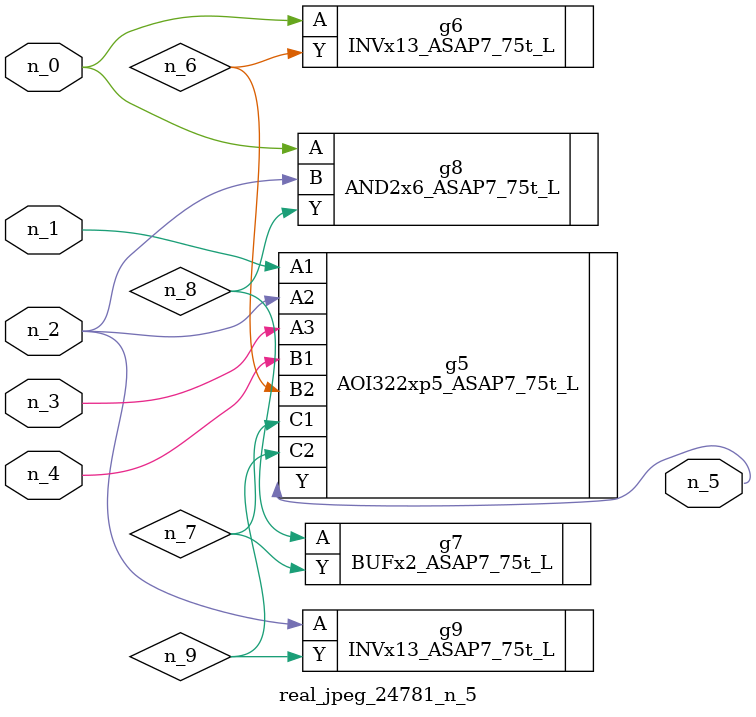
<source format=v>
module real_jpeg_24781_n_5 (n_4, n_0, n_1, n_2, n_3, n_5);

input n_4;
input n_0;
input n_1;
input n_2;
input n_3;

output n_5;

wire n_8;
wire n_6;
wire n_7;
wire n_9;

INVx13_ASAP7_75t_L g6 ( 
.A(n_0),
.Y(n_6)
);

AND2x6_ASAP7_75t_L g8 ( 
.A(n_0),
.B(n_2),
.Y(n_8)
);

AOI322xp5_ASAP7_75t_L g5 ( 
.A1(n_1),
.A2(n_2),
.A3(n_3),
.B1(n_4),
.B2(n_6),
.C1(n_7),
.C2(n_9),
.Y(n_5)
);

INVx13_ASAP7_75t_L g9 ( 
.A(n_2),
.Y(n_9)
);

BUFx2_ASAP7_75t_L g7 ( 
.A(n_8),
.Y(n_7)
);


endmodule
</source>
